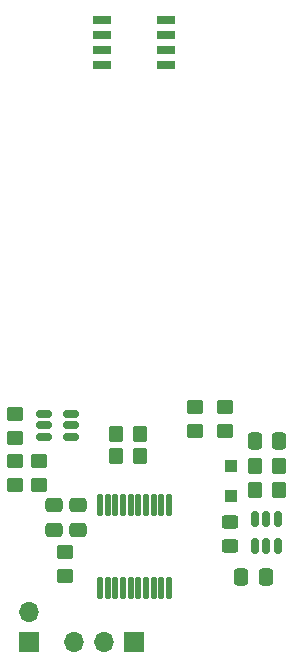
<source format=gbs>
G04 #@! TF.GenerationSoftware,KiCad,Pcbnew,6.0.10*
G04 #@! TF.CreationDate,2023-06-20T13:49:35-05:00*
G04 #@! TF.ProjectId,sensor_sigfox_2,73656e73-6f72-45f7-9369-67666f785f32,rev?*
G04 #@! TF.SameCoordinates,Original*
G04 #@! TF.FileFunction,Soldermask,Bot*
G04 #@! TF.FilePolarity,Negative*
%FSLAX46Y46*%
G04 Gerber Fmt 4.6, Leading zero omitted, Abs format (unit mm)*
G04 Created by KiCad (PCBNEW 6.0.10) date 2023-06-20 13:49:35*
%MOMM*%
%LPD*%
G01*
G04 APERTURE LIST*
G04 Aperture macros list*
%AMRoundRect*
0 Rectangle with rounded corners*
0 $1 Rounding radius*
0 $2 $3 $4 $5 $6 $7 $8 $9 X,Y pos of 4 corners*
0 Add a 4 corners polygon primitive as box body*
4,1,4,$2,$3,$4,$5,$6,$7,$8,$9,$2,$3,0*
0 Add four circle primitives for the rounded corners*
1,1,$1+$1,$2,$3*
1,1,$1+$1,$4,$5*
1,1,$1+$1,$6,$7*
1,1,$1+$1,$8,$9*
0 Add four rect primitives between the rounded corners*
20,1,$1+$1,$2,$3,$4,$5,0*
20,1,$1+$1,$4,$5,$6,$7,0*
20,1,$1+$1,$6,$7,$8,$9,0*
20,1,$1+$1,$8,$9,$2,$3,0*%
G04 Aperture macros list end*
%ADD10R,1.700000X1.700000*%
%ADD11O,1.700000X1.700000*%
%ADD12R,1.000000X1.000000*%
%ADD13RoundRect,0.150000X-0.150000X0.512500X-0.150000X-0.512500X0.150000X-0.512500X0.150000X0.512500X0*%
%ADD14RoundRect,0.250000X-0.450000X0.350000X-0.450000X-0.350000X0.450000X-0.350000X0.450000X0.350000X0*%
%ADD15RoundRect,0.250000X-0.350000X-0.450000X0.350000X-0.450000X0.350000X0.450000X-0.350000X0.450000X0*%
%ADD16RoundRect,0.250000X0.350000X0.450000X-0.350000X0.450000X-0.350000X-0.450000X0.350000X-0.450000X0*%
%ADD17R,1.500000X0.650000*%
%ADD18RoundRect,0.150000X-0.512500X-0.150000X0.512500X-0.150000X0.512500X0.150000X-0.512500X0.150000X0*%
%ADD19RoundRect,0.250000X-0.337500X-0.475000X0.337500X-0.475000X0.337500X0.475000X-0.337500X0.475000X0*%
%ADD20RoundRect,0.250000X-0.475000X0.337500X-0.475000X-0.337500X0.475000X-0.337500X0.475000X0.337500X0*%
%ADD21RoundRect,0.250000X0.337500X0.475000X-0.337500X0.475000X-0.337500X-0.475000X0.337500X-0.475000X0*%
%ADD22RoundRect,0.250000X0.450000X-0.350000X0.450000X0.350000X-0.450000X0.350000X-0.450000X-0.350000X0*%
%ADD23RoundRect,0.125000X-0.125000X0.825000X-0.125000X-0.825000X0.125000X-0.825000X0.125000X0.825000X0*%
%ADD24RoundRect,0.250000X-0.450000X0.325000X-0.450000X-0.325000X0.450000X-0.325000X0.450000X0.325000X0*%
G04 APERTURE END LIST*
D10*
X126746000Y-89662000D03*
D11*
X124206000Y-89662000D03*
X121666000Y-89662000D03*
D10*
X117856000Y-89662000D03*
D11*
X117856000Y-87122000D03*
D12*
X135001000Y-74785000D03*
X135001000Y-77285000D03*
D13*
X137033000Y-79230000D03*
X137983000Y-79230000D03*
X138933000Y-79230000D03*
X138933000Y-81505000D03*
X137983000Y-81505000D03*
X137033000Y-81505000D03*
D14*
X116713000Y-74327000D03*
X116713000Y-76327000D03*
D15*
X125254000Y-72009000D03*
X127254000Y-72009000D03*
D16*
X139049000Y-74785000D03*
X137049000Y-74785000D03*
D17*
X124046000Y-40767000D03*
X124046000Y-39497000D03*
X124046000Y-38227000D03*
X124046000Y-36957000D03*
X129446000Y-36957000D03*
X129446000Y-38227000D03*
X129446000Y-39497000D03*
X129446000Y-40767000D03*
D18*
X119137000Y-72263000D03*
X119137000Y-71313000D03*
X119137000Y-70363000D03*
X121412000Y-70363000D03*
X121412000Y-71313000D03*
X121412000Y-72263000D03*
D19*
X135847000Y-84183000D03*
X137922000Y-84183000D03*
D20*
X122047000Y-78062000D03*
X122047000Y-80137000D03*
D21*
X139065000Y-72626000D03*
X136990000Y-72626000D03*
D14*
X120904000Y-82042000D03*
X120904000Y-84042000D03*
D16*
X127254000Y-73914000D03*
X125254000Y-73914000D03*
D22*
X134493000Y-71755000D03*
X134493000Y-69755000D03*
X118745000Y-76327000D03*
X118745000Y-74327000D03*
X116713000Y-72390000D03*
X116713000Y-70390000D03*
X131953000Y-71755000D03*
X131953000Y-69755000D03*
D23*
X123877000Y-78090000D03*
X124527000Y-78090000D03*
X125177000Y-78090000D03*
X125827000Y-78090000D03*
X126477000Y-78090000D03*
X127127000Y-78090000D03*
X127777000Y-78090000D03*
X128427000Y-78090000D03*
X129077000Y-78090000D03*
X129727000Y-78090000D03*
X129727000Y-85090000D03*
X129077000Y-85090000D03*
X128427000Y-85090000D03*
X127777000Y-85090000D03*
X127127000Y-85090000D03*
X126477000Y-85090000D03*
X125827000Y-85090000D03*
X125177000Y-85090000D03*
X124527000Y-85090000D03*
X123877000Y-85090000D03*
D24*
X134874000Y-79484000D03*
X134874000Y-81534000D03*
D15*
X137033000Y-76817000D03*
X139033000Y-76817000D03*
D20*
X120015000Y-78083500D03*
X120015000Y-80158500D03*
M02*

</source>
